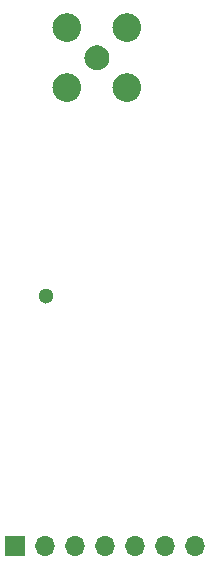
<source format=gbr>
%TF.GenerationSoftware,KiCad,Pcbnew,(5.1.8)-1*%
%TF.CreationDate,2021-01-29T12:29:00+09:00*%
%TF.ProjectId,REF_TWELITE_SMA_CONN,5245465f-5457-4454-9c49-54455f534d41,rev?*%
%TF.SameCoordinates,Original*%
%TF.FileFunction,Soldermask,Bot*%
%TF.FilePolarity,Negative*%
%FSLAX46Y46*%
G04 Gerber Fmt 4.6, Leading zero omitted, Abs format (unit mm)*
G04 Created by KiCad (PCBNEW (5.1.8)-1) date 2021-01-29 12:29:00*
%MOMM*%
%LPD*%
G01*
G04 APERTURE LIST*
%ADD10C,0.300000*%
%ADD11C,1.300000*%
%ADD12C,0.100000*%
%ADD13O,1.700000X1.700000*%
%ADD14R,1.700000X1.700000*%
G04 APERTURE END LIST*
D10*
%TO.C,U1*%
X116499576Y-49498240D02*
G75*
G03*
X116499576Y-49498240I-1050000J0D01*
G01*
X111419576Y-49498240D02*
G75*
G03*
X111419576Y-49498240I-1050000J0D01*
G01*
X116499576Y-44418240D02*
G75*
G03*
X116499576Y-44418240I-1050000J0D01*
G01*
X111419576Y-44418240D02*
G75*
G03*
X111419576Y-44418240I-1050000J0D01*
G01*
%TD*%
D11*
%TO.C,U1*%
X108573825Y-67118602D03*
D12*
G36*
X116488211Y-49652307D02*
G01*
X116468109Y-49753369D01*
X116438197Y-49851974D01*
X116398765Y-49947173D01*
X116350191Y-50038048D01*
X116292944Y-50123724D01*
X116227575Y-50203377D01*
X116154713Y-50276239D01*
X116075060Y-50341608D01*
X115989384Y-50398855D01*
X115898509Y-50447429D01*
X115803310Y-50486861D01*
X115704705Y-50516773D01*
X115603643Y-50536875D01*
X115501097Y-50546975D01*
X115398055Y-50546975D01*
X115295509Y-50536875D01*
X115194447Y-50516773D01*
X115095842Y-50486861D01*
X115000643Y-50447429D01*
X114909768Y-50398855D01*
X114824092Y-50341608D01*
X114744439Y-50276239D01*
X114671577Y-50203377D01*
X114606208Y-50123724D01*
X114548961Y-50038048D01*
X114500387Y-49947173D01*
X114460955Y-49851974D01*
X114431043Y-49753369D01*
X114410941Y-49652307D01*
X114400841Y-49549761D01*
X114400841Y-49446719D01*
X114410941Y-49344173D01*
X114431043Y-49243111D01*
X114460955Y-49144506D01*
X114500387Y-49049307D01*
X114548961Y-48958432D01*
X114606208Y-48872756D01*
X114671577Y-48793103D01*
X114744439Y-48720241D01*
X114824092Y-48654872D01*
X114909768Y-48597625D01*
X115000643Y-48549051D01*
X115095842Y-48509619D01*
X115194447Y-48479707D01*
X115295509Y-48459605D01*
X115398055Y-48449505D01*
X115501097Y-48449505D01*
X115603643Y-48459605D01*
X115704705Y-48479707D01*
X115803310Y-48509619D01*
X115898509Y-48549051D01*
X115989384Y-48597625D01*
X116075060Y-48654872D01*
X116154713Y-48720241D01*
X116227575Y-48793103D01*
X116292944Y-48872756D01*
X116350191Y-48958432D01*
X116398765Y-49049307D01*
X116438197Y-49144506D01*
X116468109Y-49243111D01*
X116488211Y-49344173D01*
X116498311Y-49446719D01*
X116498311Y-49549761D01*
X116488211Y-49652307D01*
G37*
G36*
X111408211Y-49652307D02*
G01*
X111388109Y-49753369D01*
X111358197Y-49851974D01*
X111318765Y-49947173D01*
X111270191Y-50038048D01*
X111212944Y-50123724D01*
X111147575Y-50203377D01*
X111074713Y-50276239D01*
X110995060Y-50341608D01*
X110909384Y-50398855D01*
X110818509Y-50447429D01*
X110723310Y-50486861D01*
X110624705Y-50516773D01*
X110523643Y-50536875D01*
X110421097Y-50546975D01*
X110318055Y-50546975D01*
X110215509Y-50536875D01*
X110114447Y-50516773D01*
X110015842Y-50486861D01*
X109920643Y-50447429D01*
X109829768Y-50398855D01*
X109744092Y-50341608D01*
X109664439Y-50276239D01*
X109591577Y-50203377D01*
X109526208Y-50123724D01*
X109468961Y-50038048D01*
X109420387Y-49947173D01*
X109380955Y-49851974D01*
X109351043Y-49753369D01*
X109330941Y-49652307D01*
X109320841Y-49549761D01*
X109320841Y-49446719D01*
X109330941Y-49344173D01*
X109351043Y-49243111D01*
X109380955Y-49144506D01*
X109420387Y-49049307D01*
X109468961Y-48958432D01*
X109526208Y-48872756D01*
X109591577Y-48793103D01*
X109664439Y-48720241D01*
X109744092Y-48654872D01*
X109829768Y-48597625D01*
X109920643Y-48549051D01*
X110015842Y-48509619D01*
X110114447Y-48479707D01*
X110215509Y-48459605D01*
X110318055Y-48449505D01*
X110421097Y-48449505D01*
X110523643Y-48459605D01*
X110624705Y-48479707D01*
X110723310Y-48509619D01*
X110818509Y-48549051D01*
X110909384Y-48597625D01*
X110995060Y-48654872D01*
X111074713Y-48720241D01*
X111147575Y-48793103D01*
X111212944Y-48872756D01*
X111270191Y-48958432D01*
X111318765Y-49049307D01*
X111358197Y-49144506D01*
X111388109Y-49243111D01*
X111408211Y-49344173D01*
X111418311Y-49446719D01*
X111418311Y-49549761D01*
X111408211Y-49652307D01*
G37*
G36*
X111408211Y-44572307D02*
G01*
X111388109Y-44673369D01*
X111358197Y-44771974D01*
X111318765Y-44867173D01*
X111270191Y-44958048D01*
X111212944Y-45043724D01*
X111147575Y-45123377D01*
X111074713Y-45196239D01*
X110995060Y-45261608D01*
X110909384Y-45318855D01*
X110818509Y-45367429D01*
X110723310Y-45406861D01*
X110624705Y-45436773D01*
X110523643Y-45456875D01*
X110421097Y-45466975D01*
X110318055Y-45466975D01*
X110215509Y-45456875D01*
X110114447Y-45436773D01*
X110015842Y-45406861D01*
X109920643Y-45367429D01*
X109829768Y-45318855D01*
X109744092Y-45261608D01*
X109664439Y-45196239D01*
X109591577Y-45123377D01*
X109526208Y-45043724D01*
X109468961Y-44958048D01*
X109420387Y-44867173D01*
X109380955Y-44771974D01*
X109351043Y-44673369D01*
X109330941Y-44572307D01*
X109320841Y-44469761D01*
X109320841Y-44366719D01*
X109330941Y-44264173D01*
X109351043Y-44163111D01*
X109380955Y-44064506D01*
X109420387Y-43969307D01*
X109468961Y-43878432D01*
X109526208Y-43792756D01*
X109591577Y-43713103D01*
X109664439Y-43640241D01*
X109744092Y-43574872D01*
X109829768Y-43517625D01*
X109920643Y-43469051D01*
X110015842Y-43429619D01*
X110114447Y-43399707D01*
X110215509Y-43379605D01*
X110318055Y-43369505D01*
X110421097Y-43369505D01*
X110523643Y-43379605D01*
X110624705Y-43399707D01*
X110723310Y-43429619D01*
X110818509Y-43469051D01*
X110909384Y-43517625D01*
X110995060Y-43574872D01*
X111074713Y-43640241D01*
X111147575Y-43713103D01*
X111212944Y-43792756D01*
X111270191Y-43878432D01*
X111318765Y-43969307D01*
X111358197Y-44064506D01*
X111388109Y-44163111D01*
X111408211Y-44264173D01*
X111418311Y-44366719D01*
X111418311Y-44469761D01*
X111408211Y-44572307D01*
G37*
G36*
X116488211Y-44572307D02*
G01*
X116468109Y-44673369D01*
X116438197Y-44771974D01*
X116398765Y-44867173D01*
X116350191Y-44958048D01*
X116292944Y-45043724D01*
X116227575Y-45123377D01*
X116154713Y-45196239D01*
X116075060Y-45261608D01*
X115989384Y-45318855D01*
X115898509Y-45367429D01*
X115803310Y-45406861D01*
X115704705Y-45436773D01*
X115603643Y-45456875D01*
X115501097Y-45466975D01*
X115398055Y-45466975D01*
X115295509Y-45456875D01*
X115194447Y-45436773D01*
X115095842Y-45406861D01*
X115000643Y-45367429D01*
X114909768Y-45318855D01*
X114824092Y-45261608D01*
X114744439Y-45196239D01*
X114671577Y-45123377D01*
X114606208Y-45043724D01*
X114548961Y-44958048D01*
X114500387Y-44867173D01*
X114460955Y-44771974D01*
X114431043Y-44673369D01*
X114410941Y-44572307D01*
X114400841Y-44469761D01*
X114400841Y-44366719D01*
X114410941Y-44264173D01*
X114431043Y-44163111D01*
X114460955Y-44064506D01*
X114500387Y-43969307D01*
X114548961Y-43878432D01*
X114606208Y-43792756D01*
X114671577Y-43713103D01*
X114744439Y-43640241D01*
X114824092Y-43574872D01*
X114909768Y-43517625D01*
X115000643Y-43469051D01*
X115095842Y-43429619D01*
X115194447Y-43399707D01*
X115295509Y-43379605D01*
X115398055Y-43369505D01*
X115501097Y-43369505D01*
X115603643Y-43379605D01*
X115704705Y-43399707D01*
X115803310Y-43429619D01*
X115898509Y-43469051D01*
X115989384Y-43517625D01*
X116075060Y-43574872D01*
X116154713Y-43640241D01*
X116227575Y-43713103D01*
X116292944Y-43792756D01*
X116350191Y-43878432D01*
X116398765Y-43969307D01*
X116438197Y-44064506D01*
X116468109Y-44163111D01*
X116488211Y-44264173D01*
X116498311Y-44366719D01*
X116498311Y-44469761D01*
X116488211Y-44572307D01*
G37*
G36*
X113948211Y-47112307D02*
G01*
X113928109Y-47213369D01*
X113898197Y-47311974D01*
X113858765Y-47407173D01*
X113810191Y-47498048D01*
X113752944Y-47583724D01*
X113687575Y-47663377D01*
X113614713Y-47736239D01*
X113535060Y-47801608D01*
X113449384Y-47858855D01*
X113358509Y-47907429D01*
X113263310Y-47946861D01*
X113164705Y-47976773D01*
X113063643Y-47996875D01*
X112961097Y-48006975D01*
X112858055Y-48006975D01*
X112755509Y-47996875D01*
X112654447Y-47976773D01*
X112555842Y-47946861D01*
X112460643Y-47907429D01*
X112369768Y-47858855D01*
X112284092Y-47801608D01*
X112204439Y-47736239D01*
X112131577Y-47663377D01*
X112066208Y-47583724D01*
X112008961Y-47498048D01*
X111960387Y-47407173D01*
X111920955Y-47311974D01*
X111891043Y-47213369D01*
X111870941Y-47112307D01*
X111860841Y-47009761D01*
X111860841Y-46906719D01*
X111870941Y-46804173D01*
X111891043Y-46703111D01*
X111920955Y-46604506D01*
X111960387Y-46509307D01*
X112008961Y-46418432D01*
X112066208Y-46332756D01*
X112131577Y-46253103D01*
X112204439Y-46180241D01*
X112284092Y-46114872D01*
X112369768Y-46057625D01*
X112460643Y-46009051D01*
X112555842Y-45969619D01*
X112654447Y-45939707D01*
X112755509Y-45919605D01*
X112858055Y-45909505D01*
X112961097Y-45909505D01*
X113063643Y-45919605D01*
X113164705Y-45939707D01*
X113263310Y-45969619D01*
X113358509Y-46009051D01*
X113449384Y-46057625D01*
X113535060Y-46114872D01*
X113614713Y-46180241D01*
X113687575Y-46253103D01*
X113752944Y-46332756D01*
X113810191Y-46418432D01*
X113858765Y-46509307D01*
X113898197Y-46604506D01*
X113928109Y-46703111D01*
X113948211Y-46804173D01*
X113958311Y-46906719D01*
X113958311Y-47009761D01*
X113948211Y-47112307D01*
G37*
%TD*%
D13*
%TO.C,J2*%
X121221500Y-88341200D03*
X118681500Y-88341200D03*
X116141500Y-88341200D03*
X113601500Y-88341200D03*
X111061500Y-88341200D03*
X108521500Y-88341200D03*
D14*
X105981500Y-88341200D03*
%TD*%
M02*

</source>
